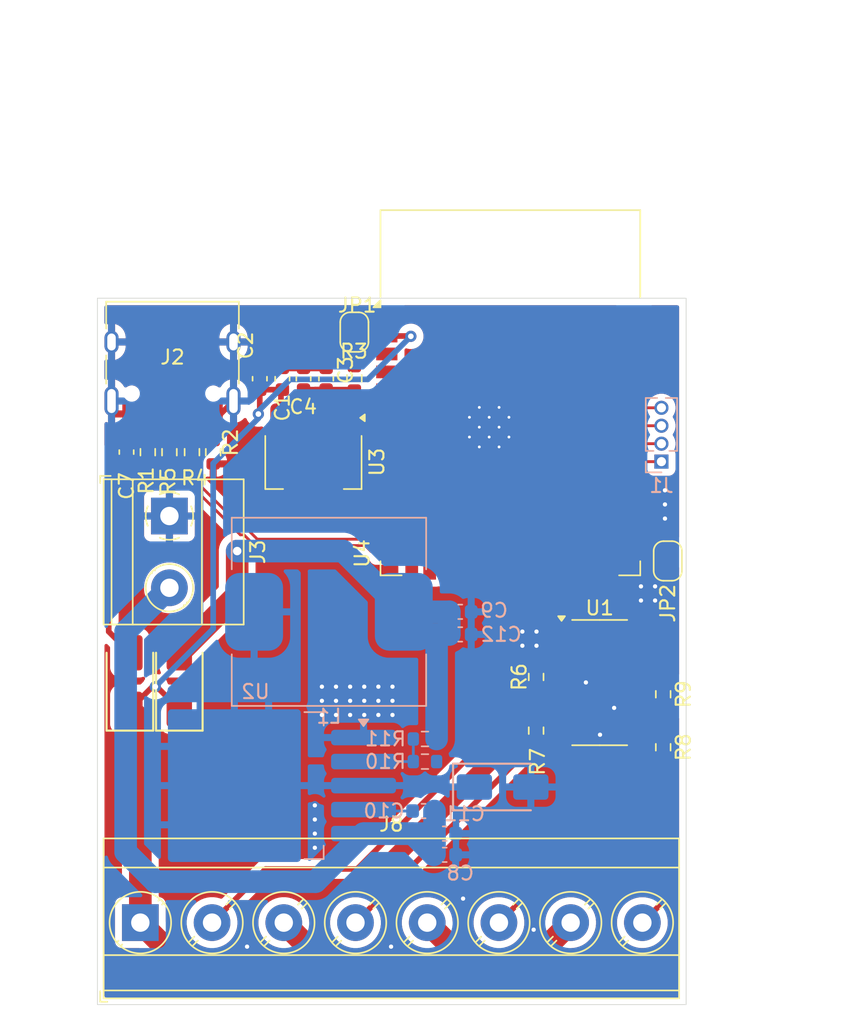
<source format=kicad_pcb>
(kicad_pcb (version 20241129) (generator "pcbnew") (generator_version "8.99")
  (layers (0 "F.Cu" signal) (2 "B.Cu" signal) (13 "F.Paste" user) (15 "B.Paste" user) (5 "F.SilkS" user "F.Silkscreen") (7 "B.SilkS" user "B.Silkscreen") (1 "F.Mask" user) (3 "B.Mask" user) (25 "Edge.Cuts" user))
  (net 0 "")
  (net 1 "GND")
  (net 2 "LED5V")
  (net 3 "VDD")
  (net 4 "Net-(JP1-B)")
  (net 5 "Net-(JP2-B)")
  (net 6 "VBUS")
  (net 7 "+12V")
  (net 8 "c5V")
  (net 9 "Net-(U2-VC)")
  (net 10 "Net-(J1-Pin_4)")
  (net 11 "Net-(J1-Pin_3)")
  (net 12 "Net-(J1-Pin_1)")
  (net 13 "Net-(J1-Pin_2)")
  (net 14 "Net-(J2-CC1)")
  (net 15 "Net-(J2-CC2)")
  (net 16 "D+")
  (net 17 "D-")
  (net 20 "USB_D-")
  (net 21 "USB_D+")
  (net 22 "Net-(U1-1Y)")
  (net 23 "LED1")
  (net 24 "LED2")
  (net 25 "Net-(U1-2Y)")
  (net 26 "Net-(U1-3Y)")
  (net 27 "LED3")
  (net 28 "LED4")
  (net 29 "Net-(U1-4Y)")
  (net 30 "Net-(U2-FB)")
  (net 31 "+5V")
  (net 32 "MCULED1")
  (net 33 "MCULED3")
  (net 34 "MCULED2")
  (net 35 "MCULED4")
  (net 61 "SW")
  (footprint "Resistor_SMD:R_0603_1608Metric" (layer "F.Cu") (at 203.7 101 90)
    (property "Reference" "R5" (at -2.05 -0.1 90) (layer "F.SilkS"))
    (property "Value" "22")
    (pad "1" smd roundrect (at -0.825 0 90) (size 0.8 0.95) (layers "F.Cu" "F.Mask" "F.Paste") (net 21 "USB_D+"))
    (pad "2" smd roundrect (at 0.825 0 90) (size 0.8 0.95) (layers "F.Cu" "F.Mask" "F.Paste") (net 16 "D+"))
  )
  (footprint "Capacitor_SMD:C_0603_1608Metric" (layer "F.Cu") (at 200.66 100.995 90)
    (property "Reference" "C7" (at -2.4 0 90) (layer "F.SilkS"))
    (property "Value" "100nF")
    (pad "1" smd roundrect (at -0.775 0 90) (size 0.9 0.95) (layers "F.Cu" "F.Mask" "F.Paste") (net 1 "GND"))
    (pad "2" smd roundrect (at 0.775 0 90) (size 0.9 0.95) (layers "F.Cu" "F.Mask" "F.Paste") (net 6 "VBUS"))
  )
  (footprint "Resistor_SMD:R_0603_1608Metric" (layer "F.Cu") (at 205.3 101 90)
    (property "Reference" "R4" (at -1.825 0.2 0) (layer "F.SilkS"))
    (property "Value" "22")
    (pad "1" smd roundrect (at -0.825 0 90) (size 0.8 0.95) (layers "F.Cu" "F.Mask" "F.Paste") (net 20 "USB_D-"))
    (pad "2" smd roundrect (at 0.825 0 90) (size 0.8 0.95) (layers "F.Cu" "F.Mask" "F.Paste") (net 17 "D-"))
  )
  (footprint "PCM_JLCPCB:D_SMA" (layer "F.Cu") (at 204.4 117.2 90)
    (property "Reference" "D1" (hide yes))
    (property "Value" "SS54")
    (pad "1" smd roundrect (at -2 0 90) (size 2.5 1.8) (layers "F.Cu" "F.Mask" "F.Paste") (roundrect_rratio 0.1388888889) (net 2 "LED5V"))
    (pad "2" smd roundrect (at 2 0 90) (size 2.5 1.8) (layers "F.Cu" "F.Mask" "F.Paste") (roundrect_rratio 0.1388888889) (net 8 "c5V"))
  )
  (footprint "Resistor_SMD:R_0603_1608Metric" (layer "F.Cu") (at 202.17 101 -90)
    (property "Reference" "R1" (at 2.01 0.10625 90) (layer "F.SilkS"))
    (property "Value" "5.1k")
    (pad "1" smd roundrect (at -0.825 0 270) (size 0.8 0.95) (layers "F.Cu" "F.Mask" "F.Paste") (net 15 "Net-(J2-CC2)"))
    (pad "2" smd roundrect (at 0.825 0 270) (size 0.8 0.95) (layers "F.Cu" "F.Mask" "F.Paste") (net 1 "GND"))
  )
  (footprint "Capacitor_SMD:C_0603_1608Metric" (layer "F.Cu") (at 211.7 95.8 90)
    (property "Reference" "C1" (at -2.05 0 90) (layer "F.SilkS"))
    (property "Value" "100nF")
    (pad "1" smd roundrect (at -0.775 0 90) (size 0.9 0.95) (layers "F.Cu" "F.Mask" "F.Paste") (net 2 "LED5V"))
    (pad "2" smd roundrect (at 0.775 0 90) (size 0.9 0.95) (layers "F.Cu" "F.Mask" "F.Paste") (net 1 "GND"))
  )
  (footprint "RF_Module:ESP32-S3-WROOM-1" (layer "F.Cu") (at 227.85 96.77)
    (property "Reference" "U4" (at -10.5 11.4 90) (layer "F.SilkS"))
    (property "Value" "ESP32-S3-WROOM-1")
    (pad "1" smd rect (at -8.75 -5.26) (size 1.5 0.9) (layers "F.Cu" "F.Mask" "F.Paste") (net 1 "GND"))
    (pad "2" smd rect (at -8.75 -3.99) (size 1.5 0.9) (layers "F.Cu" "F.Mask" "F.Paste") (net 2 "LED5V"))
    (pad "3" smd rect (at -8.75 -2.72) (size 1.5 0.9) (layers "F.Cu" "F.Mask" "F.Paste") (net 4 "Net-(JP1-B)"))
    (pad "4" smd rect (at -8.75 -1.45) (size 1.5 0.9) (layers "F.Cu" "F.Mask" "F.Paste"))
    (pad "5" smd rect (at -8.75 -0.18) (size 1.5 0.9) (layers "F.Cu" "F.Mask" "F.Paste"))
    (pad "6" smd rect (at -8.75 1.09) (size 1.5 0.9) (layers "F.Cu" "F.Mask" "F.Paste"))
    (pad "7" smd rect (at -8.75 2.36) (size 1.5 0.9) (layers "F.Cu" "F.Mask" "F.Paste"))
    (pad "8" smd rect (at -8.75 3.63) (size 1.5 0.9) (layers "F.Cu" "F.Mask" "F.Paste"))
    (pad "9" smd rect (at -8.75 4.9) (size 1.5 0.9) (layers "F.Cu" "F.Mask" "F.Paste"))
    (pad "10" smd rect (at -8.75 6.17) (size 1.5 0.9) (layers "F.Cu" "F.Mask" "F.Paste"))
    (pad "11" smd rect (at -8.75 7.44) (size 1.5 0.9) (layers "F.Cu" "F.Mask" "F.Paste"))
    (pad "12" smd rect (at -8.75 8.71) (size 1.5 0.9) (layers "F.Cu" "F.Mask" "F.Paste"))
    (pad "13" smd rect (at -8.75 9.98) (size 1.5 0.9) (layers "F.Cu" "F.Mask" "F.Paste") (net 20 "USB_D-"))
    (pad "14" smd rect (at -8.75 11.25 180) (size 1.5 0.9) (layers "F.Cu" "F.Mask" "F.Paste") (net 21 "USB_D+"))
    (pad "15" smd rect (at -6.985 12.5 270) (size 1.5 0.9) (layers "F.Cu" "F.Mask" "F.Paste"))
    (pad "16" smd rect (at -5.715 12.5 270) (size 1.5 0.9) (layers "F.Cu" "F.Mask" "F.Paste"))
    (pad "17" smd rect (at -4.445 12.5 270) (size 1.5 0.9) (layers "F.Cu" "F.Mask" "F.Paste"))
    (pad "18" smd rect (at -3.175 12.5 270) (size 1.5 0.9) (layers "F.Cu" "F.Mask" "F.Paste"))
    (pad "19" smd rect (at -1.905 12.5 270) (size 1.5 0.9) (layers "F.Cu" "F.Mask" "F.Paste") (net 32 "MCULED1"))
    (pad "20" smd rect (at -0.635 12.5 270) (size 1.5 0.9) (layers "F.Cu" "F.Mask" "F.Paste") (net 34 "MCULED2"))
    (pad "21" smd rect (at 0.635 12.5 270) (size 1.5 0.9) (layers "F.Cu" "F.Mask" "F.Paste") (net 33 "MCULED3"))
    (pad "22" smd rect (at 1.905 12.5 270) (size 1.5 0.9) (layers "F.Cu" "F.Mask" "F.Paste") (net 35 "MCULED4"))
    (pad "23" smd rect (at 3.175 12.5 270) (size 1.5 0.9) (layers "F.Cu" "F.Mask" "F.Paste"))
    (pad "24" smd rect (at 4.445 12.5 270) (size 1.5 0.9) (layers "F.Cu" "F.Mask" "F.Paste"))
    (pad "25" smd rect (at 5.715 12.5 270) (size 1.5 0.9) (layers "F.Cu" "F.Mask" "F.Paste"))
    (pad "26" smd rect (at 6.985 12.5 270) (size 1.5 0.9) (layers "F.Cu" "F.Mask" "F.Paste"))
    (pad "27" smd rect (at 8.75 11.25) (size 1.5 0.9) (layers "F.Cu" "F.Mask" "F.Paste") (net 5 "Net-(JP2-B)"))
    (pad "28" smd rect (at 8.75 9.98) (size 1.5 0.9) (layers "F.Cu" "F.Mask" "F.Paste"))
    (pad "29" smd rect (at 8.75 8.71) (size 1.5 0.9) (layers "F.Cu" "F.Mask" "F.Paste"))
    (pad "30" smd rect (at 8.75 7.44) (size 1.5 0.9) (layers "F.Cu" "F.Mask" "F.Paste"))
    (pad "31" smd rect (at 8.75 6.17) (size 1.5 0.9) (layers "F.Cu" "F.Mask" "F.Paste"))
    (pad "32" smd rect (at 8.75 4.9) (size 1.5 0.9) (layers "F.Cu" "F.Mask" "F.Paste") (net 12 "Net-(J1-Pin_1)"))
    (pad "33" smd rect (at 8.75 3.63) (size 1.5 0.9) (layers "F.Cu" "F.Mask" "F.Paste") (net 13 "Net-(J1-Pin_2)"))
    (pad "34" smd rect (at 8.75 2.36) (size 1.5 0.9) (layers "F.Cu" "F.Mask" "F.Paste") (net 11 "Net-(J1-Pin_3)"))
    (pad "35" smd rect (at 8.75 1.09) (size 1.5 0.9) (layers "F.Cu" "F.Mask" "F.Paste") (net 10 "Net-(J1-Pin_4)"))
    (pad "36" smd rect (at 8.75 -0.18) (size 1.5 0.9) (layers "F.Cu" "F.Mask" "F.Paste"))
    (pad "37" smd rect (at 8.75 -1.45) (size 1.5 0.9) (layers "F.Cu" "F.Mask" "F.Paste"))
    (pad "38" smd rect (at 8.75 -2.72) (size 1.5 0.9) (layers "F.Cu" "F.Mask" "F.Paste"))
    (pad "39" smd rect (at 8.75 -3.99) (size 1.5 0.9) (layers "F.Cu" "F.Mask" "F.Paste"))
    (pad "40" smd rect (at 8.75 -5.26) (size 1.5 0.9) (layers "F.Cu" "F.Mask" "F.Paste") (net 1 "GND"))
    (pad "41" thru_hole circle (at -2.9 1.76 90) (size 0.6 0.6) (drill 0.2) (property pad_prop_heatsink) (layers "*.Cu" "F.Mask") (net 1 "GND"))
    (pad "41" thru_hole circle (at -2.9 3.16) (size 0.6 0.6) (drill 0.2) (property pad_prop_heatsink) (layers "*.Cu" "F.Mask") (net 1 "GND"))
    (pad "41" thru_hole circle (at -2.2 1.06) (size 0.6 0.6) (drill 0.2) (property pad_prop_heatsink) (layers "*.Cu" "F.Mask") (net 1 "GND"))
    (pad "41" thru_hole circle (at -2.2 2.46) (size 0.6 0.6) (drill 0.2) (property pad_prop_heatsink) (layers "*.Cu" "F.Mask") (net 1 "GND"))
    (pad "41" thru_hole circle (at -2.2 3.86) (size 0.6 0.6) (drill 0.2) (property pad_prop_heatsink) (layers "*.Cu" "F.Mask") (net 1 "GND"))
    (pad "41" thru_hole circle (at -1.5 1.76) (size 0.6 0.6) (drill 0.2) (property pad_prop_heatsink) (layers "*.Cu" "F.Mask") (net 1 "GND"))
    (pad "41" smd rect (at -1.5 2.46 270) (size 3.9 3.9) (layers "F.Cu" "F.Mask") (net 1 "GND"))
    (pad "41" thru_hole circle (at -1.5 3.16) (size 0.6 0.6) (drill 0.2) (property pad_prop_heatsink) (layers "*.Cu" "F.Mask") (net 1 "GND"))
    (pad "41" thru_hole circle (at -0.8 1.06) (size 0.6 0.6) (drill 0.2) (property pad_prop_heatsink) (layers "*.Cu" "F.Mask") (net 1 "GND"))
    (pad "41" thru_hole circle (at -0.8 2.46) (size 0.6 0.6) (drill 0.2) (property pad_prop_heatsink) (layers "*.Cu" "F.Mask") (net 1 "GND"))
    (pad "41" thru_hole circle (at -0.8 3.86) (size 0.6 0.6) (drill 0.2) (property pad_prop_heatsink) (layers "*.Cu" "F.Mask") (net 1 "GND"))
    (pad "41" thru_hole circle (at -0.1 1.76) (size 0.6 0.6) (drill 0.2) (property pad_prop_heatsink) (layers "*.Cu" "F.Mask") (net 1 "GND"))
    (pad "41" thru_hole circle (at -0.1 3.16) (size 0.6 0.6) (drill 0.2) (property pad_prop_heatsink) (layers "*.Cu" "F.Mask") (net 1 "GND"))
    (zone (net 0) (net_name "") (layers "F&B.Cu") (connect_pads (clearance 0)) (min_thickness 0.254)
      (keepout (tracks not_allowed) (vias not_allowed) (pads not_allowed) (copperpour not_allowed) (footprints not_allowed))
      (fill (thermal_gap 0.508) (thermal_bridge_width 0.508))
      (polygon (pts (xy 203.85 90.02) (xy 251.85 90.02) (xy 251.85 69.02) (xy 203.85 69.02)))
    )
  )
  (footprint "Resistor_SMD:R_0603_1608Metric" (layer "F.Cu") (at 229.675 120.71 90)
    (property "Reference" "R7" (at -2.2 0.1 90) (layer "F.SilkS"))
    (property "Value" "62")
    (pad "1" smd roundrect (at -0.825 0 90) (size 0.8 0.95) (layers "F.Cu" "F.Mask" "F.Paste") (net 24 "LED2"))
    (pad "2" smd roundrect (at 0.825 0 90) (size 0.8 0.95) (layers "F.Cu" "F.Mask" "F.Paste") (net 25 "Net-(U1-2Y)"))
  )
  (footprint "Capacitor_SMD:C_0603_1608Metric" (layer "F.Cu") (at 213.2 95.8 90)
    (property "Reference" "C4" (at -1.99 -0.025 0) (layer "F.SilkS"))
    (property "Value" "100nF")
    (pad "1" smd roundrect (at -0.775 0 90) (size 0.9 0.95) (layers "F.Cu" "F.Mask" "F.Paste") (net 3 "VDD"))
    (pad "2" smd roundrect (at 0.775 0 90) (size 0.9 0.95) (layers "F.Cu" "F.Mask" "F.Paste") (net 1 "GND"))
  )
  (footprint "Connector_USB:USB_C_Receptacle_HRO_TYPE-C-31-M-12" (layer "F.Cu") (at 203.92 94.25 180)
    (property "Reference" "J2" (at 0 -0.025 0) (layer "F.SilkS"))
    (property "Value" "USB_C_Receptacle_USB2.0_16P")
    (pad "" np_thru_hole circle (at -2.89 -2.6 180) (size 0.65 0.65) (drill 0.65) (layers "*.Cu" "*.Mask"))
    (pad "" np_thru_hole circle (at 2.89 -2.6 180) (size 0.65 0.65) (drill 0.65) (layers "*.Cu" "*.Mask"))
    (pad "A1" smd rect (at -3.25 -4.045 180) (size 0.6 1.45) (layers "F.Cu" "F.Mask" "F.Paste") (net 1 "GND"))
    (pad "A4" smd rect (at -2.45 -4.045 180) (size 0.6 1.45) (layers "F.Cu" "F.Mask" "F.Paste") (net 6 "VBUS"))
    (pad "A5" smd rect (at -1.25 -4.045 180) (size 0.3 1.45) (layers "F.Cu" "F.Mask" "F.Paste") (net 14 "Net-(J2-CC1)"))
    (pad "A6" smd rect (at -0.25 -4.045 180) (size 0.3 1.45) (layers "F.Cu" "F.Mask" "F.Paste") (net 16 "D+"))
    (pad "A7" smd rect (at 0.25 -4.045 180) (size 0.3 1.45) (layers "F.Cu" "F.Mask" "F.Paste") (net 17 "D-"))
    (pad "A8" smd rect (at 1.25 -4.045 180) (size 0.3 1.45) (layers "F.Cu" "F.Mask" "F.Paste"))
    (pad "A9" smd rect (at 2.45 -4.045 180) (size 0.6 1.45) (layers "F.Cu" "F.Mask" "F.Paste") (net 6 "VBUS"))
    (pad "A12" smd rect (at 3.25 -4.045 180) (size 0.6 1.45) (layers "F.Cu" "F.Mask" "F.Paste") (net 1 "GND"))
    (pad "B1" smd rect (at 3.25 -4.045 180) (size 0.6 1.45) (layers "F.Cu" "F.Mask" "F.Paste") (net 1 "GND"))
    (pad "B4" smd rect (at 2.45 -4.045 180) (size 0.6 1.45) (layers "F.Cu" "F.Mask" "F.Paste") (net 6 "VBUS"))
    (pad "B5" smd rect (at 1.75 -4.045 180) (size 0.3 1.45) (layers "F.Cu" "F.Mask" "F.Paste") (net 15 "Net-(J2-CC2)"))
    (pad "B6" smd rect (at 0.75 -4.045 180) (size 0.3 1.45) (layers "F.Cu" "F.Mask" "F.Paste") (net 16 "D+"))
    (pad "B7" smd rect (at -0.75 -4.045 180) (size 0.3 1.45) (layers "F.Cu" "F.Mask" "F.Paste") (net 17 "D-"))
    (pad "B8" smd rect (at -1.75 -4.045 180) (size 0.3 1.45) (layers "F.Cu" "F.Mask" "F.Paste"))
    (pad "B9" smd rect (at -2.45 -4.045 180) (size 0.6 1.45) (layers "F.Cu" "F.Mask" "F.Paste") (net 6 "VBUS"))
    (pad "B12" smd rect (at -3.25 -4.045 180) (size 0.6 1.45) (layers "F.Cu" "F.Mask" "F.Paste") (net 1 "GND"))
    (pad "S1" thru_hole oval (at -4.32 -3.13 180) (size 1 2.1) (drill oval 0.6 1.7) (layers "*.Cu" "*.Mask") (net 1 "GND"))
    (pad "S1" thru_hole oval (at -4.32 1.05 180) (size 1 1.6) (drill oval 0.6 1.2) (layers "*.Cu" "*.Mask") (net 1 "GND"))
    (pad "S1" thru_hole oval (at 4.32 -3.13 180) (size 1 2.1) (drill oval 0.6 1.7) (layers "*.Cu" "*.Mask") (net 1 "GND"))
    (pad "S1" thru_hole oval (at 4.32 1.05 180) (size 1 1.6) (drill oval 0.6 1.2) (layers "*.Cu" "*.Mask") (net 1 "GND"))
  )
  (footprint "Capacitor_SMD:C_0603_1608Metric" (layer "F.Cu") (at 214.8 95.8 90)
    (property "Reference" "C3" (at 0.61 1.375 90) (layer "F.SilkS"))
    (property "Value" "22uF")
    (pad "1" smd roundrect (at -0.775 0 90) (size 0.9 0.95) (layers "F.Cu" "F.Mask" "F.Paste") (net 3 "VDD"))
    (pad "2" smd roundrect (at 0.775 0 90) (size 0.9 0.95) (layers "F.Cu" "F.Mask" "F.Paste") (net 1 "GND"))
  )
  (footprint "TerminalBlock_Phoenix:TerminalBlock_Phoenix_MKDS-3-8-5.08_1x08_P5.08mm_Horizontal" (layer "F.Cu") (at 201.64 134.3)
    (property "Reference" "J8" (at 17.78 -6.96 0) (layer "F.SilkS"))
    (property "Value" "Screw_Terminal_01x08")
    (pad "1" thru_hole rect (at 0 0) (size 2.6 2.6) (drill 1.3) (layers "*.Cu" "*.Mask") (net 2 "LED5V"))
    (pad "2" thru_hole circle (at 5.08 0) (size 2.6 2.6) (drill 1.3) (layers "*.Cu" "*.Mask") (net 23 "LED1"))
    (pad "3" thru_hole circle (at 10.16 0) (size 2.6 2.6) (drill 1.3) (layers "*.Cu" "*.Mask") (net 2 "LED5V"))
    (pad "4" thru_hole circle (at 15.24 0) (size 2.6 2.6) (drill 1.3) (layers "*.Cu" "*.Mask") (net 24 "LED2"))
    (pad "5" thru_hole circle (at 20.32 0) (size 2.6 2.6) (drill 1.3) (layers "*.Cu" "*.Mask") (net 2 "LED5V"))
    (pad "6" thru_hole circle (at 25.4 0) (size 2.6 2.6) (drill 1.3) (layers "*.Cu" "*.Mask") (net 27 "LED3"))
    (pad "7" thru_hole circle (at 30.48 0) (size 2.6 2.6) (drill 1.3) (layers "*.Cu" "*.Mask") (net 2 "LED5V"))
    (pad "8" thru_hole circle (at 35.56 0) (size 2.6 2.6) (drill 1.3) (layers "*.Cu" "*.Mask") (net 28 "LED4"))
  )
  (footprint "Jumper:SolderJumper-2_P1.3mm_Open_RoundedPad1.0x1.5mm" (layer "F.Cu") (at 216.8 92.5 -90)
    (property "Reference" "JP1" (at -1.9 -0.2 0) (layer "F.SilkS"))
    (property "Value" "SJ2_OPEN")
    (pad "1" smd custom (at -0.65 0 270) (size 1 0.5) (layers "F.Cu" "F.Mask") (net 1 "GND") (options (clearance outline) (anchor rect)) (primitives (gr_circle (center 0 0.25) (end 0.5 0.25) (width 0) (fill yes)) (gr_circle (center 0 -0.25) (end 0.5 -0.25) (width 0) (fill yes)) (gr_poly (pts (xy 0.5 0.75) (xy 0 0.75) (xy 0 -0.75) (xy 0.5 -0.75)) (width 0) (fill yes))))
    (pad "2" smd custom (at 0.65 0 270) (size 1 0.5) (layers "F.Cu" "F.Mask") (net 4 "Net-(JP1-B)") (options (clearance outline) (anchor rect)) (primitives (gr_circle (center 0 0.25) (end 0.5 0.25) (width 0) (fill yes)) (gr_circle (center 0 -0.25) (end 0.5 -0.25) (width 0) (fill yes)) (gr_poly (pts (xy 0 0.75) (xy -0.5 0.75) (xy -0.5 -0.75) (xy 0 -0.75)) (width 0) (fill yes))))
  )
  (footprint "Jumper:SolderJumper-2_P1.3mm_Open_RoundedPad1.0x1.5mm" (layer "F.Cu") (at 239 108.7 90)
    (property "Reference" "JP2" (at -3 0 90) (layer "F.SilkS"))
    (property "Value" "SJ2_OPEN")
    (pad "1" smd custom (at -0.65 0 90) (size 1 0.5) (layers "F.Cu" "F.Mask") (net 1 "GND") (options (clearance outline) (anchor rect)) (primitives (gr_circle (center 0 0.25) (end 0.5 0.25) (width 0) (fill yes)) (gr_circle (center 0 -0.25) (end 0.5 -0.25) (width 0) (fill yes)) (gr_poly (pts (xy 0.5 0.75) (xy 0 0.75) (xy 0 -0.75) (xy 0.5 -0.75)) (width 0) (fill yes))))
    (pad "2" smd custom (at 0.65 0 90) (size 1 0.5) (layers "F.Cu" "F.Mask") (net 5 "Net-(JP2-B)") (options (clearance outline) (anchor rect)) (primitives (gr_circle (center 0 0.25) (end 0.5 0.25) (width 0) (fill yes)) (gr_circle (center 0 -0.25) (end 0.5 -0.25) (width 0) (fill yes)) (gr_poly (pts (xy 0 0.75) (xy -0.5 0.75) (xy -0.5 -0.75) (xy 0 -0.75)) (width 0) (fill yes))))
  )
  (footprint "Resistor_SMD:R_0603_1608Metric" (layer "F.Cu") (at 238.675 121.885 -90)
    (property "Reference" "R8" (at 0 -1.43 90) (layer "F.SilkS"))
    (property "Value" "62")
    (pad "1" smd roundrect (at -0.825 0 270) (size 0.8 0.95) (layers "F.Cu" "F.Mask" "F.Paste") (net 26 "Net-(U1-3Y)"))
    (pad "2" smd roundrect (at 0.825 0 270) (size 0.8 0.95) (layers "F.Cu" "F.Mask" "F.Paste") (net 27 "LED3"))
  )
  (footprint "Package_SO:SOIC-14_3.9x8.7mm_P1.27mm" (layer "F.Cu") (at 234.175 117.31)
    (property "Reference" "U1" (at 0 -5.28 0) (layer "F.SilkS"))
    (property "Value" "SN74AHCT125N")
    (pad "1" smd roundrect (at -2.475 -3.81) (size 1.95 0.6) (layers "F.Cu" "F.Mask" "F.Paste") (net 1 "GND"))
    (pad "2" smd roundrect (at -2.475 -2.54) (size 1.95 0.6) (layers "F.Cu" "F.Mask" "F.Paste") (net 32 "MCULED1"))
    (pad "3" smd roundrect (at -2.475 -1.27) (size 1.95 0.6) (layers "F.Cu" "F.Mask" "F.Paste") (net 22 "Net-(U1-1Y)"))
    (pad "4" smd roundrect (at -2.475 0) (size 1.95 0.6) (layers "F.Cu" "F.Mask" "F.Paste") (net 1 "GND"))
    (pad "5" smd roundrect (at -2.475 1.27) (size 1.95 0.6) (layers "F.Cu" "F.Mask" "F.Paste") (net 34 "MCULED2"))
    (pad "6" smd roundrect (at -2.475 2.54) (size 1.95 0.6) (layers "F.Cu" "F.Mask" "F.Paste") (net 25 "Net-(U1-2Y)"))
    (pad "7" smd roundrect (at -2.475 3.81) (size 1.95 0.6) (layers "F.Cu" "F.Mask" "F.Paste") (net 1 "GND"))
    (pad "8" smd roundrect (at 2.475 3.81) (size 1.95 0.6) (layers "F.Cu" "F.Mask" "F.Paste") (net 26 "Net-(U1-3Y)"))
    (pad "9" smd roundrect (at 2.475 2.54) (size 1.95 0.6) (layers "F.Cu" "F.Mask" "F.Paste") (net 33 "MCULED3"))
    (pad "10" smd roundrect (at 2.475 1.27) (size 1.95 0.6) (layers "F.Cu" "F.Mask" "F.Paste") (net 1 "GND"))
    (pad "11" smd roundrect (at 2.475 0) (size 1.95 0.6) (layers "F.Cu" "F.Mask" "F.Paste") (net 29 "Net-(U1-4Y)"))
    (pad "12" smd roundrect (at 2.475 -1.27) (size 1.95 0.6) (layers "F.Cu" "F.Mask" "F.Paste") (net 35 "MCULED4"))
    (pad "13" smd roundrect (at 2.475 -2.54) (size 1.95 0.6) (layers "F.Cu" "F.Mask" "F.Paste") (net 1 "GND"))
    (pad "14" smd roundrect (at 2.475 -3.81) (size 1.95 0.6) (layers "F.Cu" "F.Mask" "F.Paste") (net 31 "+5V"))
  )
  (footprint "Capacitor_SMD:C_0603_1608Metric" (layer "F.Cu") (at 210.1 95.8 90)
    (property "Reference" "C2" (at 2.35 -1 90) (layer "F.SilkS"))
    (property "Value" "22uF")
    (pad "1" smd roundrect (at -0.775 0 90) (size 0.9 0.95) (layers "F.Cu" "F.Mask" "F.Paste") (net 2 "LED5V"))
    (pad "2" smd roundrect (at 0.775 0 90) (size 0.9 0.95) (layers "F.Cu" "F.Mask" "F.Paste") (net 1 "GND"))
  )
  (footprint "Package_TO_SOT_SMD:SOT-223-3_TabPin2" (layer "F.Cu") (at 213.9 101.7 -90)
    (property "Reference" "U3" (at 0 -4.5 90) (layer "F.SilkS"))
    (property "Value" "AMS1117-3.3")
    (pad "1" smd roundrect (at -3.15 -2.3 270) (size 2 1.5) (layers "F.Cu" "F.Mask" "F.Paste") (net 1 "GND"))
    (pad "2" smd roundrect (at -3.15 0 270) (size 2 1.5) (layers "F.Cu" "F.Mask" "F.Paste") (net 3 "VDD"))
    (pad "2" smd roundrect (at 3.15 0 270) (size 2 3.8) (layers "F.Cu" "F.Mask" "F.Paste") (net 3 "VDD"))
    (pad "3" smd roundrect (at -3.15 2.3 270) (size 2 1.5) (layers "F.Cu" "F.Mask" "F.Paste") (net 2 "LED5V"))
  )
  (footprint "Resistor_SMD:R_0603_1608Metric" (layer "F.Cu") (at 229.675 116.91 90)
    (property "Reference" "R6" (at 0 -1.2 90) (layer "F.SilkS"))
    (property "Value" "62")
    (pad "1" smd roundrect (at -0.825 0 90) (size 0.8 0.95) (layers "F.Cu" "F.Mask" "F.Paste") (net 23 "LED1"))
    (pad "2" smd roundrect (at 0.825 0 90) (size 0.8 0.95) (layers "F.Cu" "F.Mask" "F.Paste") (net 22 "Net-(U1-1Y)"))
  )
  (footprint "TerminalBlock_Phoenix:TerminalBlock_Phoenix_MKDS-1,5-2-5.08_1x02_P5.08mm_Horizontal" (layer "F.Cu") (at 203.7 105.52 -90)
    (property "Reference" "J3" (at 2.54 -6.26 -90) (layer "F.SilkS"))
    (property "Value" "Screw_Terminal_01x02")
    (pad "1" thru_hole rect (at 0 0 270) (size 2.6 2.6) (drill 1.3) (layers "*.Cu" "*.Mask") (net 1 "GND"))
    (pad "2" thru_hole circle (at 5.08 0 270) (size 2.6 2.6) (drill 1.3) (layers "*.Cu" "*.Mask") (net 7 "+12V"))
  )
  (footprint "Resistor_SMD:R_0603_1608Metric" (layer "F.Cu") (at 206.8 101.005 -90)
    (property "Reference" "R2" (at -0.69 -1.23125 90) (layer "F.SilkS"))
    (property "Value" "5.1k")
    (pad "1" smd roundrect (at -0.825 0 270) (size 0.8 0.95) (layers "F.Cu" "F.Mask" "F.Paste") (net 14 "Net-(J2-CC1)"))
    (pad "2" smd roundrect (at 0.825 0 270) (size 0.8 0.95) (layers "F.Cu" "F.Mask" "F.Paste") (net 1 "GND"))
  )
  (footprint "Resistor_SMD:R_0603_1608Metric" (layer "F.Cu") (at 216.8 95.775 90)
    (property "Reference" "R3" (at 1.9125 -0.03125 0) (layer "F.SilkS"))
    (property "Value" "10k")
    (pad "1" smd roundrect (at -0.825 0 90) (size 0.8 0.95) (layers "F.Cu" "F.Mask" "F.Paste") (net 3 "VDD"))
    (pad "2" smd roundrect (at 0.825 0 90) (size 0.8 0.95) (layers "F.Cu" "F.Mask" "F.Paste") (net 4 "Net-(JP1-B)"))
  )
  (footprint "Resistor_SMD:R_0603_1608Metric" (layer "F.Cu") (at 238.675 118.135 -90)
    (property "Reference" "R9" (at 0 -1.43 90) (layer "F.SilkS"))
    (property "Value" "62")
    (pad "1" smd roundrect (at -0.825 0 270) (size 0.8 0.95) (layers "F.Cu" "F.Mask" "F.Paste") (net 29 "Net-(U1-4Y)"))
    (pad "2" smd roundrect (at 0.825 0 270) (size 0.8 0.95) (layers "F.Cu" "F.Mask" "F.Paste") (net 28 "LED4"))
  )
  (footprint "PCM_JLCPCB:D_SMA" (layer "F.Cu") (at 200.9 117.2 90)
    (property "Reference" "D3" (hide yes))
    (property "Value" "SS54")
    (pad "1" smd roundrect (at -2 0 90) (size 2.5 1.8) (layers "F.Cu" "F.Mask" "F.Paste") (roundrect_rratio 0.1388888889) (net 2 "LED5V"))
    (pad "2" smd roundrect (at 2 0 90) (size 2.5 1.8) (layers "F.Cu" "F.Mask" "F.Paste") (roundrect_rratio 0.1388888889) (net 6 "VBUS"))
  )
  (footprint "PCM_JLCPCB:D_SMA" (layer "B.Cu") (at 227.3 124.7)
    (property "Reference" "D2" (hide yes))
    (property "Value" "SS54")
    (pad "1" smd roundrect (at -2 0) (size 2.5 1.8) (layers "B.Cu" "B.Mask" "B.Paste") (roundrect_rratio 0.1388888889) (net 61 "SW"))
    (pad "2" smd roundrect (at 2 0) (size 2.5 1.8) (layers "B.Cu" "B.Mask" "B.Paste") (roundrect_rratio 0.1388888889) (net 1 "GND"))
  )
  (footprint "Resistor_SMD:R_0603_1608Metric" (layer "B.Cu") (at 221.8 121.3)
    (property "Reference" "R11" (at -2.8 0 0) (layer "B.SilkS") (effects (justify mirror)))
    (property "Value" "3.3k")
    (pad "1" smd roundrect (at -0.825 0) (size 0.8 0.95) (layers "B.Cu" "B.Mask" "B.Paste") (net 30 "Net-(U2-FB)"))
    (pad "2" smd roundrect (at 0.825 0) (size 0.8 0.95) (layers "B.Cu" "B.Mask" "B.Paste") (net 8 "c5V"))
  )
  (footprint "Capacitor_SMD:C_0603_1608Metric" (layer "B.Cu") (at 224.3 113.9 180)
    (property "Reference" "C12" (at -2.9 0 0) (layer "B.SilkS") (effects (justify mirror)))
    (property "Value" "1uF")
    (pad "1" smd roundrect (at -0.775 0 180) (size 0.9 0.95) (layers "B.Cu" "B.Mask" "B.Paste") (net 1 "GND"))
    (pad "2" smd roundrect (at 0.775 0 180) (size 0.9 0.95) (layers "B.Cu" "B.Mask" "B.Paste") (net 8 "c5V"))
  )
  (footprint "Resistor_SMD:R_0603_1608Metric" (layer "B.Cu") (at 221.8 122.9 180)
    (property "Reference" "R10" (at 2.8 0 0) (layer "B.SilkS") (effects (justify mirror)))
    (property "Value" "1k")
    (pad "1" smd roundrect (at -0.825 0 180) (size 0.8 0.95) (layers "B.Cu" "B.Mask" "B.Paste") (net 1 "GND"))
    (pad "2" smd roundrect (at 0.825 0 180) (size 0.8 0.95) (layers "B.Cu" "B.Mask" "B.Paste") (net 30 "Net-(U2-FB)"))
  )
  (footprint "Package_TO_SOT_SMD:TO-263-5_TabPin3" (layer "B.Cu") (at 209.8 124.6 180)
    (property "Reference" "U2" (at 0 6.65 0) (layer "B.SilkS") (effects (justify mirror)))
    (property "Value" "XL4015")
    (pad "1" smd roundrect (at -7.65 3.4 180) (size 4.6 1.1) (layers "B.Cu" "B.Mask" "B.Paste") (roundrect_rratio 0.227273) (net 1 "GND"))
    (pad "2" smd roundrect (at -7.65 1.7 180) (size 4.6 1.1) (layers "B.Cu" "B.Mask" "B.Paste") (roundrect_rratio 0.227273) (net 30 "Net-(U2-FB)"))
    (pad "3" smd roundrect (at -7.65 0 180) (size 4.6 1.1) (layers "B.Cu" "B.Mask" "B.Paste") (roundrect_rratio 0.227273) (net 61 "SW"))
    (pad "3" smd roundrect (at -0.925 -2.775 180) (size 4.55 5.25) (layers "B.Cu" "B.Paste") (roundrect_rratio 0.054945) (net 61 "SW"))
    (pad "3" smd roundrect (at -0.925 2.775 180) (size 4.55 5.25) (layers "B.Cu" "B.Paste") (roundrect_rratio 0.054945) (net 61 "SW"))
    (pad "3" smd roundrect (at 1.5 0 180) (size 9.4 10.8) (layers "B.Cu" "B.Mask") (roundrect_rratio 0.026596) (net 61 "SW"))
    (pad "3" smd roundrect (at 3.925 -2.775 180) (size 4.55 5.25) (layers "B.Cu" "B.Paste") (roundrect_rratio 0.054945) (net 61 "SW"))
    (pad "3" smd roundrect (at 3.925 2.775 180) (size 4.55 5.25) (layers "B.Cu" "B.Paste") (roundrect_rratio 0.054945) (net 61 "SW"))
    (pad "4" smd roundrect (at -7.65 -1.7 180) (size 4.6 1.1) (layers "B.Cu" "B.Mask" "B.Paste") (roundrect_rratio 0.227273) (net 9 "Net-(U2-VC)"))
    (pad "5" smd roundrect (at -7.65 -3.4 180) (size 4.6 1.1) (layers "B.Cu" "B.Mask" "B.Paste") (roundrect_rratio 0.227273) (net 7 "+12V"))
  )
  (footprint "Capacitor_SMD:C_0603_1608Metric" (layer "B.Cu") (at 221.7 126.4 180)
    (property "Reference" "C10" (at 2.8 0 0) (layer "B.SilkS") (effects (justify mirror)))
    (property "Value" "1uF")
    (pad "1" smd roundrect (at -0.775 0 180) (size 0.9 0.95) (layers "B.Cu" "B.Mask" "B.Paste") (net 7 "+12V"))
    (pad "2" smd roundrect (at 0.775 0 180) (size 0.9 0.95) (layers "B.Cu" "B.Mask" "B.Paste") (net 9 "Net-(U2-VC)"))
  )
  (footprint "Connector_PinHeader_1.27mm:PinHeader_1x04_P1.27mm_Vertical" (layer "B.Cu") (at 238.55 101.67)
    (property "Reference" "J1" (at 0 1.695 180) (layer "B.SilkS") (effects (justify mirror)))
    (property "Value" "Conn_01x04")
    (pad "1" thru_hole rect (at 0 0) (size 1 1) (drill 0.65) (layers "F&B.Cu" "*.Mask") (net 12 "Net-(J1-Pin_1)"))
    (pad "2" thru_hole oval (at 0 -1.27) (size 1 1) (drill 0.65) (layers "F&B.Cu" "*.Mask") (net 13 "Net-(J1-Pin_2)"))
    (pad "3" thru_hole oval (at 0 -2.54) (size 1 1) (drill 0.65) (layers "F&B.Cu" "*.Mask") (net 11 "Net-(J1-Pin_3)"))
    (pad "4" thru_hole oval (at 0 -3.81) (size 1 1) (drill 0.65) (layers "F&B.Cu" "*.Mask") (net 10 "Net-(J1-Pin_4)"))
  )
  (footprint "Inductor_SMD:L_APV_APH1265" (layer "B.Cu") (at 215 112.3)
    (property "Reference" "L1" (at 0 7.4 0) (layer "B.SilkS") (effects (justify mirror)))
    (property "Value" "L")
    (pad "1" smd roundrect (at -5.3 0) (size 4.1 5.5) (layers "B.Cu" "B.Mask" "B.Paste") (net 61 "SW"))
    (pad "2" smd roundrect (at 5.3 0) (size 4.1 5.5) (layers "B.Cu" "B.Mask" "B.Paste") (net 8 "c5V"))
  )
  (footprint "Capacitor_SMD:C_0603_1608Metric" (layer "B.Cu") (at 223.2 128 180)
    (property "Reference" "C11" (at -1.4 1.4 0) (layer "B.SilkS") (effects (justify mirror)))
    (property "Value" "1uF")
    (pad "1" smd roundrect (at -0.775 0 180) (size 0.9 0.95) (layers "B.Cu" "B.Mask" "B.Paste") (net 1 "GND"))
    (pad "2" smd roundrect (at 0.775 0 180) (size 0.9 0.95) (layers "B.Cu" "B.Mask" "B.Paste") (net 7 "+12V"))
  )
  (footprint "Capacitor_SMD:C_0603_1608Metric" (layer "B.Cu") (at 223.2 129.5 180)
    (property "Reference" "C8" (at -1.1 -1.3 0) (layer "B.SilkS") (effects (justify mirror)))
    (property "Value" "220uF")
    (pad "1" smd roundrect (at -0.775 0 180) (size 0.9 0.95) (layers "B.Cu" "B.Mask" "B.Paste") (net 1 "GND"))
    (pad "2" smd roundrect (at 0.775 0 180) (size 0.9 0.95) (layers "B.Cu" "B.Mask" "B.Paste") (net 7 "+12V"))
  )
  (footprint "Capacitor_SMD:C_0603_1608Metric" (layer "B.Cu") (at 224.3 112.3 180)
    (property "Reference" "C9" (at -2.4 0.1 0) (layer "B.SilkS") (effects (justify mirror)))
    (property "Value" "330uF")
    (pad "1" smd roundrect (at -0.775 0 180) (size 0.9 0.95) (layers "B.Cu" "B.Mask" "B.Paste") (net 1 "GND"))
    (pad "2" smd roundrect (at 0.775 0 180) (size 0.9 0.95) (layers "B.Cu" "B.Mask" "B.Paste") (net 8 "c5V"))
  )
  (gr_rect (start 198.6 90.1) (end 240.3 140.1) (stroke (width 0.05)) (fill no) (layer "Edge.Cuts"))
  (segment (start 235.72 118.58) (end 236.65 118.58) (width 0.4) (layer "F.Cu") (net 1))
  (segment (start 235.2 119.1) (end 235.72 118.58) (width 0.4) (layer "F.Cu") (net 1))
  (segment (start 207.17 98.295) (end 207.325 98.295) (width 0.4) (layer "F.Cu") (net 1))
  (segment (start 231.71 117.3) (end 231.7 117.31) (width 0.4) (layer "F.Cu") (net 1))
  (segment (start 207.325 98.295) (end 208.24 97.38) (width 0.4) (layer "F.Cu") (net 1))
  (segment (start 233.2 117.3) (end 231.71 117.3) (width 0.4) (layer "F.Cu") (net 1))
  (via (at 218.5 117.6) (size 0.6) (drill 0.3) (layers "F.Cu" "B.Cu") (net 1))
  (via (at 214.5 119.6) (size 0.6) (drill 0.3) (layers "F.Cu" "B.Cu") (net 1))
  (via (at 218.5 119.6) (size 0.6) (drill 0.3) (layers "F.Cu" "B.Cu") (net 1))
  (via (at 238.8 104.7) (size 0.6) (drill 0.3) (layers "F.Cu" "B.Cu") (net 1))
  (via (at 214.5 118.6) (size 0.6) (drill 0.3) (layers "F.Cu" "B.Cu") (net 1))
  (via (at 217.5 119.6) (size 0.6) (drill 0.3) (layers "F.Cu" "B.Cu") (net 1))
  (via (at 214.5 117.6) (size 0.6) (drill 0.3) (layers "F.Cu" "B.Cu") (net 1))
  (via (at 215.5 119.6) (size 0.6) (drill 0.3) (layers "F.Cu" "B.Cu") (net 1))
  (via (at 214 126) (size 0.6) (drill 0.3) (layers "F.Cu" "B.Cu") (net 1))
  (via (at 217.5 117.6) (size 0.6) (drill 0.3) (layers "F.Cu" "B.Cu") (net 1))
  (via (at 214 129) (size 0.6) (drill 0.3) (layers "F.Cu" "B.Cu") (net 1))
  (via (at 238.1 110.5) (size 0.6) (drill 0.3) (layers "F.Cu" "B.Cu") (net 1))
  (via (at 237.1 111.5) (size 0.6) (drill 0.3) (layers "F.Cu" "B.Cu") (net 1))
  (via (at 228.7 114.7) (size 0.6) (drill 0.3) (layers "F.Cu" "B.Cu") (net 1))
  (via (at 219.4 136) (size 0.6) (drill 0.3) (layers "F.Cu" "B.Cu") (net 1))
  (via (at 215.5 117.6) (size 0.6) (drill 0.3) (layers "F.Cu" "B.Cu") (net 1))
  (via (at 218.5 118.6) (size 0.6) (drill 0.3) (layers "F.Cu" "B.Cu") (net 1))
  (via (at 224.5 132.6) (size 0.6) (drill 0.3) (layers "F.Cu" "B.Cu") (net 1))
  (via (at 216.5 119.6) (size 0.6) (drill 0.3) (layers "F.Cu" "B.Cu") (net 1))
  (via (at 214 127) (size 0.6) (drill 0.3) (layers "F.Cu" "B.Cu") (net 1))
  (via (at 238.1 111.5) (size 0.6) (drill 0.3) (layers "F.Cu" "B.Cu") (net 1))
  (via (at 229.7 113.7) (size 0.6) (drill 0.3) (layers "F.Cu" "B.Cu") (net 1))
  (via (at 238.8 105.7) (size 0.6) (drill 0.3) (layers "F.Cu" "B.Cu") (net 1))
  (via (at 238.8 103.7) (size 0.6) (drill 0.3) (layers "F.Cu" "B.Cu") (net 1))
  (via (at 234.2 121) (size 0.6) (drill 0.3) (layers "F.Cu" "B.Cu") (net 1))
  (via (at 214 128) (size 0.6) (drill 0.3) (layers "F.Cu" "B.Cu") (net 1))
  (via (at 233.2 117.3) (size 0.6) (drill 0.3) (layers "F.Cu" "B.Cu") (net 1))
  (via (at 219.5 119.6) (size 0.6) (drill 0.3) (layers "F.Cu" "B.Cu") (net 1))
  (via (at 235.2 119.1) (size 0.6) (drill 0.3) (layers "F.Cu" "B.Cu") (net 1))
  (via (at 209.2 136) (size 0.6) (drill 0.3) (layers "F.Cu" "B.Cu") (net 1))
  (via (at 216.5 117.6) (size 0.6) (drill 0.3) (layers "F.Cu" "B.Cu") (net 1))
  (via (at 219.5 118.6) (size 0.6) (drill 0.3) (layers "F.Cu" "B.Cu") (net 1))
  (via (at 219.5 117.6) (size 0.6) (drill 0.3) (layers "F.Cu" "B.Cu") (net 1))
  (via (at 216.5 118.6) (size 0.6) (drill 0.3) (layers "F.Cu" "B.Cu") (net 1))
  (via (at 217.5 118.6) (size 0.6) (drill 0.3) (layers "F.Cu" "B.Cu") (net 1))
  (via (at 237.1 110.5) (size 0.6) (drill 0.3) (layers "F.Cu" "B.Cu") (net 1))
  (via (at 215.5 118.6) (size 0.6) (drill 0.3) (layers "F.Cu" "B.Cu") (net 1))
  (via (at 229.7 114.7) (size 0.6) (drill 0.3) (layers "F.Cu" "B.Cu") (net 1))
  (via (at 228.7 113.7) (size 0.6) (drill 0.3) (layers "F.Cu" "B.Cu") (net 1))
  (via (at 229.5 134.8) (size 0.6) (drill 0.3) (layers "F.Cu" "B.Cu") (net 1))
  (segment (start 204.94 137.6) (end 201.64 134.3) (width 1.6) (layer "F.Cu") (net 2))
  (segment (start 211.6 96.675) (end 211.7 96.575) (width 0.4) (layer "F.Cu") (net 2))
  (segment (start 221.96 134.3) (end 225.26 137.6) (width 1.6) (layer "F.Cu") (net 2))
  (segment (start 211.8 134.3) (end 215.1 137.6) (width 1.6) (layer "F.Cu") (net 2))
  (segment (start 201.64 134.3) (end 201.64 119.94) (width 1.6) (layer "F.Cu") (net 2))
  (segment (start 210.1 98.2) (end 210 98.3) (width 0.4) (layer "F.Cu") (net 2))
  (segment (start 228.82 137.6) (end 232.12 134.3) (width 1.6) (layer "F.Cu") (net 2))
  (segment (start 219.1 92.78) (end 220.78 92.78) (width 0.4) (layer "F.Cu") (net 2))
  (segment (start 225.8 137.6) (end 228.82 137.6) (width 1.6) (layer "F.Cu") (net 2))
  (segment (start 201.1 119.2) (end 200.9 119.2) (width 0.4) (layer "F.Cu") (net 2))
  (segment (start 202.7 117.6) (end 202.8 117.6) (width 0.4) (layer "F.Cu") (net 2))
  (segment (start 215.1 137.6) (end 204.94 137.6) (width 1.6) (layer "F.Cu") (net 2))
  (segment (start 215.1 137.6) (end 225.8 137.6) (width 1.6) (layer "F.Cu") (net 2))
  (segment (start 210.1 96.575) (end 210.1 98.2) (width 0.4) (layer "F.Cu") (net 2))
  (segment (start 211.7 96.575) (end 210.1 96.575) (width 0.4) (layer "F.Cu") (net 2))
  (segment (start 202.8 117.6) (end 204.4 119.2) (width 0.4) (layer "F.Cu") (net 2))
  (segment (start 201.64 119.94) (end 200.9 119.2) (width 1.6) (layer "F.Cu") (net 2))
  (segment (start 220.78 92.78) (end 220.8 92.8) (width 0.4) (layer "F.Cu") (net 2))
  (segment (start 200.9 119.2) (end 202.5 117.6) (width 0.4) (layer "F.Cu") (net 2))
  (segment (start 211.6 98.55) (end 211.6 96.675) (width 0.4) (layer "F.Cu") (net 2))
  (segment (start 204.3 119.2) (end 204.4 119.2) (width 0.4) (layer "F.Cu") (net 2))
  (segment (start 225.26 137.6) (end 225.8 137.6) (width 1.6) (layer "F.Cu") (net 2))
  (segment (start 202.5 117.6) (end 202.7 117.6) (width 0.4) (layer "F.Cu") (net 2))
  (via (at 202.7 117.6) (size 0.8) (drill 0.4) (layers "F.Cu" "B.Cu") (net 2))
  (via (at 220.8 92.8) (size 0.8) (drill 0.4) (layers "F.Cu" "B.Cu") (net 2))
  (via (at 210 98.3) (size 0.8) (drill 0.4) (layers "F.Cu" "B.Cu") (net 2))
  (segment (start 206.8 113.5) (end 202.7 117.6) (width 0.4) (layer "B.Cu") (net 2))
  (segment (start 210 98.6) (end 206.8 101.8) (width 0.4) (layer "B.Cu") (net 2))
  (segment (start 210 98.09572) (end 212.24786 95.84786) (width 0.4) (layer "B.Cu") (net 2))
  (segment (start 210 98.3) (end 210 98.6) (width 0.4) (layer "B.Cu") (net 2))
  (segment (start 217.75214 95.84786) (end 220.8 92.8) (width 0.4) (layer "B.Cu") (net 2))
  (segment (start 206.8 101.8) (end 206.8 113.5) (width 0.4) (layer "B.Cu") (net 2))
  (segment (start 212.24786 95.84786) (end 217.75214 95.84786) (width 0.4) (layer "B.Cu") (net 2))
  (segment (start 210 98.3) (end 210 98.09572) (width 0.4) (layer "B.Cu") (net 2))
  (segment (start 213.9 97.275) (end 213.7625 97.1375) (width 0.4) (layer "F.Cu") (net 3))
  (segment (start 214.025 96.575) (end 213.6125 96.9875) (width 0.4) (layer "F.Cu") (net 3))
  (segment (start 214.8 96.575) (end 214.325 96.575) (width 0.4) (layer "F.Cu") (net 3))
  (segment (start 216.775 96.575) (end 216.8 96.6) (width 0.4) (layer "F.Cu") (net 3))
  (segment (start 213.2 96.575) (end 216.775 96.575) (width 0.4) (layer "F.Cu") (net 3))
  (segment (start 213.7625 97.1375) (end 213.6125 96.9875) (width 0.4) (layer "F.Cu") (net 3))
  (segment (start 213.9 98.55) (end 213.9 104.85) (width 0.4) (layer "F.Cu") (net 3))
  (segment (start 214.8 96.575) (end 214.025 96.575) (width 0.4) (layer "F.Cu") (net 3))
  (segment (start 213.9 97.475) (end 214.8 96.575) (width 0.4) (layer "F.Cu") (net 3))
  (segment (start 213.6125 96.9875) (end 213.2 96.575) (width 0.4) (layer "F.Cu") (net 3))
  (segment (start 214.325 96.575) (end 213.7625 97.1375) (width 0.4) (layer "F.Cu") (net 3))
  (segment (start 213.9 98.55) (end 213.9 97.475) (width 0.4) (layer "F.Cu") (net 3))
  (segment (start 213.9 98.55) (end 213.9 97.275) (width 0.4) (layer "F.Cu") (net 3))
  (segment (start 217.7 94.05) (end 216.8 93.15) (width 0.2) (layer "F.Cu") (net 4))
  (segment (start 216.8 93.15) (end 216.8 94.95) (width 0.2) (layer "F.Cu") (net 4))
  (segment (start 219.1 94.05) (end 217.7 94.05) (width 0.2) (layer "F.Cu") (net 4))
  (segment (start 239 108.05) (end 236.63 108.05) (width 0.2) (layer "F.Cu") (net 5))
  (segment (start 206.37 98.295) (end 206.37 97.50743) (width 0.4) (layer "F.Cu") (net 6))
  (segment (start 201.47 99.41) (end 200.66 100.22) (width 0.4) (layer "F.Cu") (net 6))
  (segment (start 205.46257 96.6) (end 202.37743 96.6) (width 0.4) (layer "F.Cu") (net 6))
  (segment (start 199.4 113.7) (end 200.9 115.2) (width 0.4) (layer "F.Cu") (net 6))
  (segment (start 200.66 100.22) (end 199.4 101.48) (width 0.4) (layer "F.Cu") (net 6))
  (segment (start 202.37743 96.6) (end 201.47 97.50743) (width 0.4) (layer "F.Cu") (net 6))
  (segment (start 201.47 98.295) (end 201.47 99.41) (width 0.4) (layer "F.Cu") (net 6))
  (segment (start 201.47 97.50743) (end 201.47 98.295) (width 0.4) (layer "F.Cu") (net 6))
  (segment (start 206.37 97.50743) (end 205.46257 96.6) (width 0.4) (layer "F.Cu") (net 6))
  (segment (start 201.432786 115.2) (end 200.9 115.2) (width 0.4) (layer "F.Cu") (net 6))
  (segment (start 199.4 101.48) (end 199.4 113.7) (width 0.4) (layer "F.Cu") (net 6))
  (segment (start 222.475 126.4) (end 222.475 129.45) (width 1.6) (layer "B.Cu") (net 7))
  (segment (start 202.7 131.4) (end 214.05 131.4) (width 1.6) (layer "B.Cu") (net 7))
  (segment (start 200.6 129.3) (end 202.7 131.4) (width 1.6) (layer "B.Cu") (net 7))
  (segment (start 200.6 113.7) (end 200.6 129.3) (width 1.6) (layer "B.Cu") (net 7))
  (segment (start 217.45 128) (end 222.425 128) (width 1.6) (layer "B.Cu") (net 7))
  (segment (start 214.05 131.4) (end 217.45 128) (width 1.6) (layer "B.Cu") (net 7))
  (segment (start 217.45 128) (end 220.925 128) (width 1.6) (layer "B.Cu") (net 7))
  (segment (start 220.925 128) (end 222.425 129.5) (width 1.6) (layer "B.Cu") (net 7))
  (segment (start 203.7 110.6) (end 200.6 113.7) (width 1.6) (layer "B.Cu") (net 7))
  (segment (start 222.475 129.45) (end 222.425 129.5) (width 1.6) (layer "B.Cu") (net 7))
  (segment (start 204.4 115.2) (end 204.4 114.9) (width 0.4) (layer "F.Cu") (net 8))
  (segment (start 208.5 111.1) (end 204.4 115.2) (width 1.6) (layer "F.Cu") (net 8))
  (segment (start 208.5 108) (end 208.5 111.1) (width 1.6) (layer "F.Cu") (net 8))
  (via (at 208.5 108) (size 1.2) (drill 0.6) (layers "F.Cu" "B.Cu") (net 8))
  (segment (start 220.3 112.3) (end 216 108) (width 1.6) (layer "B.Cu") (net 8))
  (segment (start 223.525 112.3) (end 220.3 112.3) (width 1.6) (layer "B.Cu") (net 8))
  (segment (start 223.525 113.9) (end 223.525 112.3) (width 1.6) (layer "B.Cu") (net 8))
  (segment (start 222.625 114.625) (end 220.3 112.3) (width 1.6) (layer "B.Cu") (net 8))
  (segment (start 216 108) (end 208.5 108) (width 1.6) (layer "B.Cu") (net 8))
  (segment (start 222.625 121.3) (end 222.625 114.625) (width 1.6) (layer "B.Cu") (net 8))
  (segment (start 221.9 113.9) (end 220.3 112.3) (width 1.6) (layer "B.Cu") (net 8))
  (segment (start 223.525 113.9) (end 221.9 113.9) (width 1.6) (layer "B.Cu") (net 8))
  (segment (start 217.55 126.4) (end 217.45 126.3) (width 0.2) (layer "B.Cu") (net 9))
  (segment (start 220.925 126.4) (end 217.55 126.4) (width 0.2) (layer "B.Cu") (net 9))
  (segment (start 236.6 97.86) (end 238.55 97.86) (width 0.2) (layer "F.Cu") (net 10))
  (segment (start 236.6 99.13) (end 238.55 99.13) (width 0.2) (layer "F.Cu") (net 11))
  (segment (start 236.6 101.67) (end 238.55 101.67) (width 0.2) (layer "F.Cu") (net 12))
  (segment (start 236.6 100.4) (end 238.55 100.4) (width 0.2) (layer "F.Cu") (net 13))
  (segment (start 205.3 99.4) (end 206.02 99.4) (width 0.2) (layer "F.Cu") (net 14))
  (segment (start 206.02 99.4) (end 206.8 100.18) (width 0.2) (layer "F.Cu") (net 14))
  (segment (start 205.17 99.27) (end 205.3 99.4) (width 0.2) (layer "F.Cu") (net 14))
  (segment (start 205.17 98.295) (end 205.17 99.27) (width 0.2) (layer "F.Cu") (net 14))
  (segment (start 202.17 98.295) (end 202.17 100.175) (width 0.2) (layer "F.Cu") (net 15))
  (segment (start 204.17 98.295) (end 204.17 99.705) (width 0.2) (layer "F.Cu") (net 16))
  (segment (start 203.17 99.645) (end 203.7 100.175) (width 0.2) (layer "F.Cu") (net 16))
  (segment (start 204.17 99.705) (end 203.7 100.175) (width 0.2) (layer "F.Cu") (net 16))
  (segment (start 203.17 98.295) (end 203.17 99.645) (width 0.2) (layer "F.Cu") (net 16))
  (segment (start 203.9 97.2) (end 204.5 97.2) (width 0.2) (layer "F.Cu") (net 17))
  (segment (start 203.67 97.43) (end 203.9 97.2) (width 0.2) (layer "F.Cu") (net 17))
  (segment (start 204.67 97.37) (end 204.67 98.295) (width 0.2) (layer "F.Cu") (net 17))
  (segment (start 203.67 98.295) (end 203.67 97.43) (width 0.2) (layer "F.Cu") (net 17))
  (segment (start 204.67 98.295) (end 204.67 99.545) (width 0.2) (layer "F.Cu") (net 17))
  (segment (start 204.5 97.2) (end 204.67 97.37) (width 0.2) (layer "F.Cu") (net 17))
  (segment (start 204.67 99.545) (end 205.3 100.175) (width 0.2) (layer "F.Cu") (net 17))
  (segment (start 209.924128 107.16) (end 209.163148 106.39902) (width 0.2) (layer "F.Cu") (net 20))
  (segment (start 219.1 106.75) (end 217.974999 106.75) (width 0.2) (layer "F.Cu") (net 20))
  (segment (start 209.163148 106.39902) (end 208.910417 106.39902) (width 0.2) (layer "F.Cu") (net 20))
  (segment (start 208.910417 106.39902) (end 205.3 102.788603) (width 0.2) (layer "F.Cu") (net 20))
  (segment (start 217.974999 106.75) (end 217.564999 107.16) (width 0.2) (layer "F.Cu") (net 20))
  (segment (start 217.564999 107.16) (end 209.924128 107.16) (width 0.2) (layer "F.Cu") (net 20))
  (segment (start 205.3 102.788603) (end 205.3 101.825) (width 0.2) (layer "F.Cu") (net 20))
  (segment (start 217.974999 108.02) (end 217.564999 107.61) (width 0.2) (layer "F.Cu") (net 21))
  (segment (start 208.724 106.849) (end 203.7 101.825) (width 0.2) (layer "F.Cu") (net 21))
  (segment (start 219.1 108.02) (end 217.974999 108.02) (width 0.2) (layer "F.Cu") (net 21))
  (segment (start 209.73776 107.61) (end 208.97676 106.849) (width 0.2) (layer "F.Cu") (net 21))
  (segment (start 208.97676 106.849) (end 208.724 106.849) (width 0.2) (layer "F.Cu") (net 21))
  (segment (start 217.564999 107.61) (end 209.73776 107.61) (width 0.2) (layer "F.Cu") (net 21))
  (segment (start 231.7 116.04) (end 229.72 116.04) (width 0.4) (layer "F.Cu") (net 22))
  (segment (start 217 130.5) (end 210.52 130.5) (width 0.4) (layer "F.Cu") (net 23))
  (segment (start 229.675 117.825) (end 217 130.5) (width 0.4) (layer "F.Cu") (net 23))
  (segment (start 210.52 130.5) (end 206.72 134.3) (width 0.4) (layer "F.Cu") (net 23))
  (segment (start 229.645 121.535) (end 216.88 134.3) (width 0.4) (layer "F.Cu") (net 24))
  (segment (start 229.735 121.535) (end 229.645 121.535) (width 0.4) (layer "F.Cu") (net 24))
  (segment (start 231.7 119.85) (end 229.71 119.85) (width 0.4) (layer "F.Cu") (net 25))
  (segment (start 238.675 121.06) (end 236.71 121.06) (width 0.4) (layer "F.Cu") (net 26))
  (segment (start 238.675 122.71) (end 238.998 123.033) (width 0.4) (layer "F.Cu") (net 27))
  (segment (start 238.307 123.033) (end 227.04 134.3) (width 0.4) (layer "F.Cu") (net 27))
  (segment (start 238.998 123.033) (end 238.307 123.033) (width 0.4) (layer "F.Cu") (net 27))
  (segment (start 239.599 119.884) (end 238.675 118.96) (width 0.4) (layer "F.Cu") (net 28))
  (segment (start 237.2 134.3) (end 239.599 131.901) (width 0.4) (layer "F.Cu") (net 28))
  (segment (start 239.599 131.901) (end 239.599 119.884) (width 0.4) (layer "F.Cu") (net 28))
  (segment (start 238.675 117.31) (end 236.65 117.31) (width 0.4) (layer "F.Cu") (net 29))
  (segment (start 220.975 122.9) (end 217.45 122.9) (width 0.2) (layer "B.Cu") (net 30))
  (segment (start 220.975 122.9) (end 220.975 121.3) (width 0.2) (layer "B.Cu") (net 30))
  (segment (start 225.945 110.645) (end 227.7 112.4) (width 0.4) (layer "F.Cu") (net 32))
  (segment (start 228.153058 112.403) (end 232.753058 112.403) (width 0.4) (layer "F.Cu") (net 32))
  (segment (start 232.93 114.77) (end 231.7 114.77) (width 0.4) (layer "F.Cu") (net 32))
  (segment (start 227.7 112.4) (end 228.150058 112.4) (width 0.4) (layer "F.Cu") (net 32))
  (segment (start 233.297 112.946942) (end 233.297 114.403) (width 0.4) (layer "F.Cu") (net 32))
  (segment (start 225.945 109.27) (end 225.945 110.645) (width 0.4) (layer "F.Cu") (net 32))
  (segment (start 228.150058 112.4) (end 228.153058 112.403) (width 0.4) (layer "F.Cu") (net 32))
  (segment (start 233.297 114.403) (end 232.93 114.77) (width 0.4) (layer "F.Cu") (net 32))
  (segment (start 232.753058 112.403) (end 233.297 112.946942) (width 0.4) (layer "F.Cu") (net 32))
  (segment (start 234.499 118.150942) (end 234.499 119.499) (width 0.4) (layer "F.Cu") (net 33))
  (segment (start 234.85 119.85) (end 236.65 119.85) (width 0.4) (layer "F.Cu") (net 33))
  (segment (start 234.499 119.499) (end 234.85 119.85) (width 0.4) (layer "F.Cu") (net 33))
  (segment (start 229.751058 111.201) (end 233.250942 111.201) (width 0.4) (layer "F.Cu") (net 33))
  (segment (start 228.485 110.585) (end 229.1 111.2) (width 0.4) (layer "F.Cu") (net 33))
  (segment (start 228.485 109.27) (end 228.485 110.585) (width 0.4) (layer "F.Cu") (net 33))
  (segment (start 234.501 118.148942) (end 234.499 118.150942) (width 0.4) (layer "F.Cu") (net 33))
  (segment (start 234.499 112.449058) (end 234.499 115.548942) (width 0.4) (layer "F.Cu") (net 33))
  (segment (start 233.250942 111.201) (end 234.499 112.449058) (width 0.4) (layer "F.Cu") (net 33))
  (segment (start 229.1 111.2) (end 229.750058 111.2) (width 0.4) (layer "F.Cu") (net 33))
  (segment (start 229.750058 111.2) (end 229.751058 111.201) (width 0.4) (layer "F.Cu") (net 33))
  (segment (start 234.499 115.548942) (end 234.501 115.550942) (width 0.4) (layer "F.Cu") (net 33))
  (segment (start 234.501 115.550942) (end 234.501 118.148942) (width 0.4) (layer "F.Cu") (net 33))
  (segment (start 233.9 117.9) (end 233.898 117.902) (width 0.4) (layer "F.Cu") (net 34))
  (segment (start 233.32 118.58) (end 231.7 118.58) (width 0.4) (layer "F.Cu") (net 34))
  (segment (start 233.9 115.799884) (end 233.9 117.9) (width 0.4) (layer "F.Cu") (net 34))
  (segment (start 233.898 115.797884) (end 233.9 115.799884) (width 0.4) (layer "F.Cu") (net 34))
  (segment (start 227.215 110.615) (end 228.402 111.802) (width 0.4) (layer "F.Cu") (net 34))
  (segment (start 233.898 112.698) (end 233.898 115.797884) (width 0.4) (layer "F.Cu") (net 34))
  (segment (start 228.402 111.802) (end 233.002 111.802) (width 0.4) (layer "F.Cu") (net 34))
  (segment (start 233.898 118.002) (end 233.32 118.58) (width 0.4) (layer "F.Cu") (net 34))
  (segment (start 233.898 117.902) (end 233.898 118.002) (width 0.4) (layer "F.Cu") (net 34))
  (segment (start 227.215 109.27) (end 227.215 110.615) (width 0.4) (layer "F.Cu") (net 34))
  (segment (start 233.002 111.802) (end 233.898 112.698) (width 0.4) (layer "F.Cu") (net 34))
  (segment (start 229.755 110.355) (end 230 110.6) (width 0.4) (layer "F.Cu") (net 35))
  (segment (start 235.84 116.04) (end 236.65 116.04) (width 0.4) (layer "F.Cu") (net 35))
  (segment (start 230 110.6) (end 233.499884 110.6) (width 0.4) (layer "F.Cu") (net 35))
  (segment (start 233.499884 110.6) (end 235.1 112.200116) (width 0.4) (layer "F.Cu") (net 35))
  (segment (start 229.755 109.27) (end 229.755 110.355) (width 0.4) (layer "F.Cu") (net 35))
  (segment (start 235.1 115.3) (end 235.84 116.04) (width 0.4) (layer "F.Cu") (net 35))
  (segment (start 235.1 112.200116) (end 235.1 115.3) (width 0.4) (layer "F.Cu") (net 35))
  (segment (start 209.7 123.2) (end 208.3 124.6) (width 0.4) (layer "B.Cu") (net 61))
  (segment (start 225.2 124.6) (end 225.3 124.7) (width 0.4) (layer "B.Cu") (net 61))
  (zone (net 1) (net_name "GND") (layers "F&B.Cu") (connect_pads (clearance 0.5)) (min_thickness 0.25) (fill yes (thermal_gap 0.5) (thermal_bridge_width 0.5))
    (polygon (pts (xy 192 109.8) (xy 192 81.9) (xy 192.8 81.1) (xy 252.7 81.1) (xy 252.7 133.7) (xy 245.5 140.9) (xy 198.1 140.9) (xy 191.7 134.5) (xy 191.7 110.1)))
  )
  (zone (net 61) (net_name "SW") (layer "B.Cu") (priority 1) (connect_pads (clearance 0.5)) (min_thickness 0.25) (fill yes (thermal_gap 0.5) (thermal_bridge_width 0.5))
    (polygon (pts (xy 213 123.1) (xy 226.7 123.1) (xy 226.8 123.3) (xy 226.8 125.828571) (xy 226.6 125.8) (xy 218.8 126.3) (xy 215.7 129.2) (xy 214 130.6) (xy 213.7 131.1) (xy 201.3 130.9) (xy 201 119.5) (xy 202.1 118.1) (xy 206.9 113.4) (xy 206.9 109.5) (xy 206.7 109.3) (xy 212.8 109.3) (xy 213 109.5)))
  )
)
</source>
